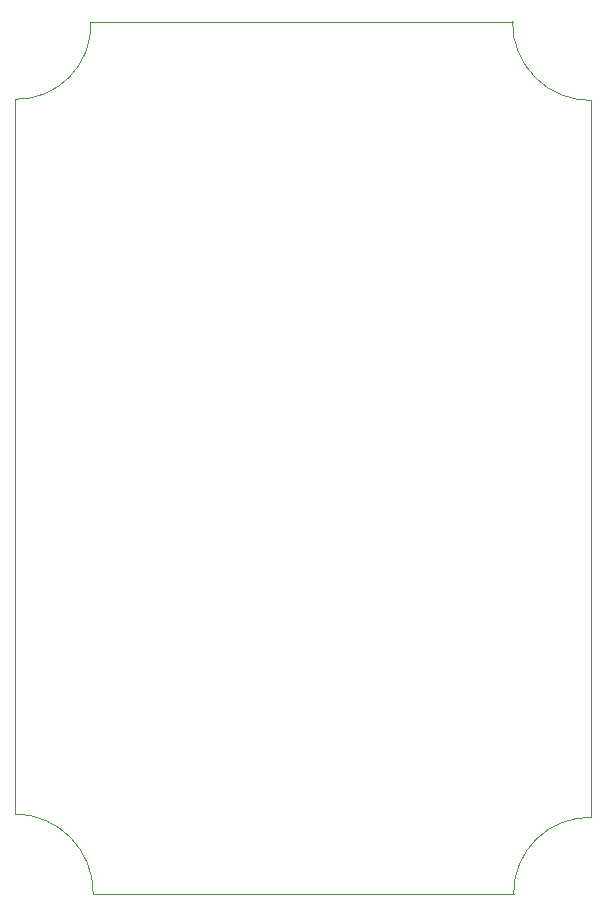
<source format=gm1>
G04 #@! TF.GenerationSoftware,KiCad,Pcbnew,(5.0.0-3-g5ebb6b6)*
G04 #@! TF.CreationDate,2018-08-17T21:51:14+02:00*
G04 #@! TF.ProjectId,beep-pcb-v1.4-in-cover,626565702D7063622D76312E342D696E,rev?*
G04 #@! TF.SameCoordinates,Original*
G04 #@! TF.FileFunction,Profile,NP*
%FSLAX46Y46*%
G04 Gerber Fmt 4.6, Leading zero omitted, Abs format (unit mm)*
G04 Created by KiCad (PCBNEW (5.0.0-3-g5ebb6b6)) date 2018 August 17, Friday 21:51:14*
%MOMM*%
%LPD*%
G01*
G04 APERTURE LIST*
%ADD10C,0.100000*%
G04 APERTURE END LIST*
D10*
X74909996Y-133140291D02*
G75*
G02X81530000Y-139890000I-79996J-6699709D01*
G01*
X117127664Y-139889940D02*
G75*
G02X123710000Y-133440000I6402336J49940D01*
G01*
X81326203Y-66090547D02*
G75*
G02X74910000Y-72640000I-6296203J-249453D01*
G01*
X123709038Y-72739949D02*
X123709038Y-133440003D01*
X123709996Y-72739704D02*
G75*
G02X117030000Y-66090000I-79996J6599704D01*
G01*
X74909038Y-133140003D02*
X74909038Y-72639997D01*
X117130034Y-139890000D02*
X81529965Y-139890000D01*
X81329967Y-66090000D02*
X117030035Y-66090000D01*
M02*

</source>
